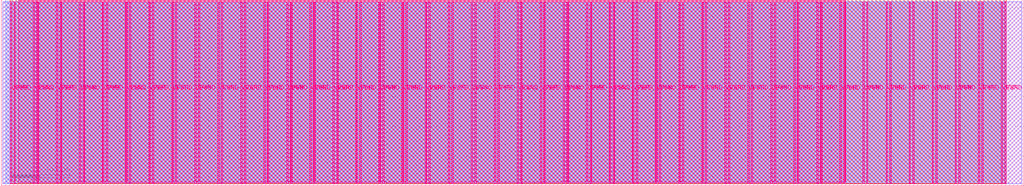
<source format=lef>
VERSION 5.7 ;
  NOWIREEXTENSIONATPIN ON ;
  DIVIDERCHAR "/" ;
  BUSBITCHARS "[]" ;
MACRO tt_um_supermic_arghunter
  CLASS BLOCK ;
  FOREIGN tt_um_supermic_arghunter ;
  ORIGIN 0.000 0.000 ;
  SIZE 1724.160 BY 313.740 ;
  PIN VGND
    DIRECTION INOUT ;
    USE GROUND ;
    PORT
      LAYER Metal5 ;
        RECT 21.580 3.560 23.780 310.180 ;
    END
    PORT
      LAYER Metal5 ;
        RECT 60.450 3.560 62.650 310.180 ;
    END
    PORT
      LAYER Metal5 ;
        RECT 99.320 3.560 101.520 310.180 ;
    END
    PORT
      LAYER Metal5 ;
        RECT 138.190 3.560 140.390 310.180 ;
    END
    PORT
      LAYER Metal5 ;
        RECT 177.060 3.560 179.260 310.180 ;
    END
    PORT
      LAYER Metal5 ;
        RECT 215.930 3.560 218.130 310.180 ;
    END
    PORT
      LAYER Metal5 ;
        RECT 254.800 3.560 257.000 310.180 ;
    END
    PORT
      LAYER Metal5 ;
        RECT 293.670 3.560 295.870 310.180 ;
    END
    PORT
      LAYER Metal5 ;
        RECT 332.540 3.560 334.740 310.180 ;
    END
    PORT
      LAYER Metal5 ;
        RECT 371.410 3.560 373.610 310.180 ;
    END
    PORT
      LAYER Metal5 ;
        RECT 410.280 3.560 412.480 310.180 ;
    END
    PORT
      LAYER Metal5 ;
        RECT 449.150 3.560 451.350 310.180 ;
    END
    PORT
      LAYER Metal5 ;
        RECT 488.020 3.560 490.220 310.180 ;
    END
    PORT
      LAYER Metal5 ;
        RECT 526.890 3.560 529.090 310.180 ;
    END
    PORT
      LAYER Metal5 ;
        RECT 565.760 3.560 567.960 310.180 ;
    END
    PORT
      LAYER Metal5 ;
        RECT 604.630 3.560 606.830 310.180 ;
    END
    PORT
      LAYER Metal5 ;
        RECT 643.500 3.560 645.700 310.180 ;
    END
    PORT
      LAYER Metal5 ;
        RECT 682.370 3.560 684.570 310.180 ;
    END
    PORT
      LAYER Metal5 ;
        RECT 721.240 3.560 723.440 310.180 ;
    END
    PORT
      LAYER Metal5 ;
        RECT 760.110 3.560 762.310 310.180 ;
    END
    PORT
      LAYER Metal5 ;
        RECT 798.980 3.560 801.180 310.180 ;
    END
    PORT
      LAYER Metal5 ;
        RECT 837.850 3.560 840.050 310.180 ;
    END
    PORT
      LAYER Metal5 ;
        RECT 876.720 3.560 878.920 310.180 ;
    END
    PORT
      LAYER Metal5 ;
        RECT 915.590 3.560 917.790 310.180 ;
    END
    PORT
      LAYER Metal5 ;
        RECT 954.460 3.560 956.660 310.180 ;
    END
    PORT
      LAYER Metal5 ;
        RECT 993.330 3.560 995.530 310.180 ;
    END
    PORT
      LAYER Metal5 ;
        RECT 1032.200 3.560 1034.400 310.180 ;
    END
    PORT
      LAYER Metal5 ;
        RECT 1071.070 3.560 1073.270 310.180 ;
    END
    PORT
      LAYER Metal5 ;
        RECT 1109.940 3.560 1112.140 310.180 ;
    END
    PORT
      LAYER Metal5 ;
        RECT 1148.810 3.560 1151.010 310.180 ;
    END
    PORT
      LAYER Metal5 ;
        RECT 1187.680 3.560 1189.880 310.180 ;
    END
    PORT
      LAYER Metal5 ;
        RECT 1226.550 3.560 1228.750 310.180 ;
    END
    PORT
      LAYER Metal5 ;
        RECT 1265.420 3.560 1267.620 310.180 ;
    END
    PORT
      LAYER Metal5 ;
        RECT 1304.290 3.560 1306.490 310.180 ;
    END
    PORT
      LAYER Metal5 ;
        RECT 1343.160 3.560 1345.360 310.180 ;
    END
    PORT
      LAYER Metal5 ;
        RECT 1382.030 3.560 1384.230 310.180 ;
    END
    PORT
      LAYER Metal5 ;
        RECT 1420.900 3.560 1423.100 310.180 ;
    END
    PORT
      LAYER Metal5 ;
        RECT 1459.770 3.560 1461.970 310.180 ;
    END
    PORT
      LAYER Metal5 ;
        RECT 1498.640 3.560 1500.840 310.180 ;
    END
    PORT
      LAYER Metal5 ;
        RECT 1537.510 3.560 1539.710 310.180 ;
    END
    PORT
      LAYER Metal5 ;
        RECT 1576.380 3.560 1578.580 310.180 ;
    END
    PORT
      LAYER Metal5 ;
        RECT 1615.250 3.560 1617.450 310.180 ;
    END
    PORT
      LAYER Metal5 ;
        RECT 1654.120 3.560 1656.320 310.180 ;
    END
    PORT
      LAYER Metal5 ;
        RECT 1692.990 3.560 1695.190 310.180 ;
    END
  END VGND
  PIN VPWR
    DIRECTION INOUT ;
    USE POWER ;
    PORT
      LAYER Metal5 ;
        RECT 15.380 3.560 17.580 310.180 ;
    END
    PORT
      LAYER Metal5 ;
        RECT 54.250 3.560 56.450 310.180 ;
    END
    PORT
      LAYER Metal5 ;
        RECT 93.120 3.560 95.320 310.180 ;
    END
    PORT
      LAYER Metal5 ;
        RECT 131.990 3.560 134.190 310.180 ;
    END
    PORT
      LAYER Metal5 ;
        RECT 170.860 3.560 173.060 310.180 ;
    END
    PORT
      LAYER Metal5 ;
        RECT 209.730 3.560 211.930 310.180 ;
    END
    PORT
      LAYER Metal5 ;
        RECT 248.600 3.560 250.800 310.180 ;
    END
    PORT
      LAYER Metal5 ;
        RECT 287.470 3.560 289.670 310.180 ;
    END
    PORT
      LAYER Metal5 ;
        RECT 326.340 3.560 328.540 310.180 ;
    END
    PORT
      LAYER Metal5 ;
        RECT 365.210 3.560 367.410 310.180 ;
    END
    PORT
      LAYER Metal5 ;
        RECT 404.080 3.560 406.280 310.180 ;
    END
    PORT
      LAYER Metal5 ;
        RECT 442.950 3.560 445.150 310.180 ;
    END
    PORT
      LAYER Metal5 ;
        RECT 481.820 3.560 484.020 310.180 ;
    END
    PORT
      LAYER Metal5 ;
        RECT 520.690 3.560 522.890 310.180 ;
    END
    PORT
      LAYER Metal5 ;
        RECT 559.560 3.560 561.760 310.180 ;
    END
    PORT
      LAYER Metal5 ;
        RECT 598.430 3.560 600.630 310.180 ;
    END
    PORT
      LAYER Metal5 ;
        RECT 637.300 3.560 639.500 310.180 ;
    END
    PORT
      LAYER Metal5 ;
        RECT 676.170 3.560 678.370 310.180 ;
    END
    PORT
      LAYER Metal5 ;
        RECT 715.040 3.560 717.240 310.180 ;
    END
    PORT
      LAYER Metal5 ;
        RECT 753.910 3.560 756.110 310.180 ;
    END
    PORT
      LAYER Metal5 ;
        RECT 792.780 3.560 794.980 310.180 ;
    END
    PORT
      LAYER Metal5 ;
        RECT 831.650 3.560 833.850 310.180 ;
    END
    PORT
      LAYER Metal5 ;
        RECT 870.520 3.560 872.720 310.180 ;
    END
    PORT
      LAYER Metal5 ;
        RECT 909.390 3.560 911.590 310.180 ;
    END
    PORT
      LAYER Metal5 ;
        RECT 948.260 3.560 950.460 310.180 ;
    END
    PORT
      LAYER Metal5 ;
        RECT 987.130 3.560 989.330 310.180 ;
    END
    PORT
      LAYER Metal5 ;
        RECT 1026.000 3.560 1028.200 310.180 ;
    END
    PORT
      LAYER Metal5 ;
        RECT 1064.870 3.560 1067.070 310.180 ;
    END
    PORT
      LAYER Metal5 ;
        RECT 1103.740 3.560 1105.940 310.180 ;
    END
    PORT
      LAYER Metal5 ;
        RECT 1142.610 3.560 1144.810 310.180 ;
    END
    PORT
      LAYER Metal5 ;
        RECT 1181.480 3.560 1183.680 310.180 ;
    END
    PORT
      LAYER Metal5 ;
        RECT 1220.350 3.560 1222.550 310.180 ;
    END
    PORT
      LAYER Metal5 ;
        RECT 1259.220 3.560 1261.420 310.180 ;
    END
    PORT
      LAYER Metal5 ;
        RECT 1298.090 3.560 1300.290 310.180 ;
    END
    PORT
      LAYER Metal5 ;
        RECT 1336.960 3.560 1339.160 310.180 ;
    END
    PORT
      LAYER Metal5 ;
        RECT 1375.830 3.560 1378.030 310.180 ;
    END
    PORT
      LAYER Metal5 ;
        RECT 1414.700 3.560 1416.900 310.180 ;
    END
    PORT
      LAYER Metal5 ;
        RECT 1453.570 3.560 1455.770 310.180 ;
    END
    PORT
      LAYER Metal5 ;
        RECT 1492.440 3.560 1494.640 310.180 ;
    END
    PORT
      LAYER Metal5 ;
        RECT 1531.310 3.560 1533.510 310.180 ;
    END
    PORT
      LAYER Metal5 ;
        RECT 1570.180 3.560 1572.380 310.180 ;
    END
    PORT
      LAYER Metal5 ;
        RECT 1609.050 3.560 1611.250 310.180 ;
    END
    PORT
      LAYER Metal5 ;
        RECT 1647.920 3.560 1650.120 310.180 ;
    END
    PORT
      LAYER Metal5 ;
        RECT 1686.790 3.560 1688.990 310.180 ;
    END
  END VPWR
  PIN clk
    DIRECTION INPUT ;
    USE SIGNAL ;
    PORT
      LAYER Metal5 ;
        RECT 187.050 312.740 187.350 313.740 ;
    END
  END clk
  PIN ena
    DIRECTION INPUT ;
    USE SIGNAL ;
    PORT
      LAYER Metal5 ;
        RECT 190.890 312.740 191.190 313.740 ;
    END
  END ena
  PIN rst_n
    DIRECTION INPUT ;
    USE SIGNAL ;
    ANTENNAGATEAREA 4.375800 ;
    ANTENNADIFFAREA 12.092400 ;
    PORT
      LAYER Metal5 ;
        RECT 183.210 312.740 183.510 313.740 ;
    END
  END rst_n
  PIN ui_in[0]
    DIRECTION INPUT ;
    USE SIGNAL ;
    ANTENNAGATEAREA 4.375800 ;
    ANTENNADIFFAREA 12.092400 ;
    PORT
      LAYER Metal5 ;
        RECT 179.370 312.740 179.670 313.740 ;
    END
  END ui_in[0]
  PIN ui_in[1]
    DIRECTION INPUT ;
    USE SIGNAL ;
    ANTENNAGATEAREA 2.176200 ;
    PORT
      LAYER Metal5 ;
        RECT 175.530 312.740 175.830 313.740 ;
    END
  END ui_in[1]
  PIN ui_in[2]
    DIRECTION INPUT ;
    USE SIGNAL ;
    ANTENNAGATEAREA 0.314600 ;
    PORT
      LAYER Metal5 ;
        RECT 171.690 312.740 171.990 313.740 ;
    END
  END ui_in[2]
  PIN ui_in[3]
    DIRECTION INPUT ;
    USE SIGNAL ;
    ANTENNAGATEAREA 0.213200 ;
    PORT
      LAYER Metal5 ;
        RECT 167.850 312.740 168.150 313.740 ;
    END
  END ui_in[3]
  PIN ui_in[4]
    DIRECTION INPUT ;
    USE SIGNAL ;
    ANTENNAGATEAREA 0.725400 ;
    PORT
      LAYER Metal5 ;
        RECT 164.010 312.740 164.310 313.740 ;
    END
  END ui_in[4]
  PIN ui_in[5]
    DIRECTION INPUT ;
    USE SIGNAL ;
    ANTENNAGATEAREA 1.450800 ;
    PORT
      LAYER Metal5 ;
        RECT 160.170 312.740 160.470 313.740 ;
    END
  END ui_in[5]
  PIN ui_in[6]
    DIRECTION INPUT ;
    USE SIGNAL ;
    PORT
      LAYER Metal5 ;
        RECT 156.330 312.740 156.630 313.740 ;
    END
  END ui_in[6]
  PIN ui_in[7]
    DIRECTION INPUT ;
    USE SIGNAL ;
    PORT
      LAYER Metal5 ;
        RECT 152.490 312.740 152.790 313.740 ;
    END
  END ui_in[7]
  PIN uio_in[0]
    DIRECTION INPUT ;
    USE SIGNAL ;
    ANTENNAGATEAREA 3.863600 ;
    ANTENNADIFFAREA 12.092400 ;
    PORT
      LAYER Metal5 ;
        RECT 148.650 312.740 148.950 313.740 ;
    END
  END uio_in[0]
  PIN uio_in[1]
    DIRECTION INPUT ;
    USE SIGNAL ;
    ANTENNAGATEAREA 3.863600 ;
    ANTENNADIFFAREA 12.092400 ;
    PORT
      LAYER Metal5 ;
        RECT 144.810 312.740 145.110 313.740 ;
    END
  END uio_in[1]
  PIN uio_in[2]
    DIRECTION INPUT ;
    USE SIGNAL ;
    ANTENNAGATEAREA 3.831100 ;
    ANTENNADIFFAREA 12.092400 ;
    PORT
      LAYER Metal5 ;
        RECT 140.970 312.740 141.270 313.740 ;
    END
  END uio_in[2]
  PIN uio_in[3]
    DIRECTION INPUT ;
    USE SIGNAL ;
    ANTENNAGATEAREA 33.493198 ;
    ANTENNADIFFAREA 108.831596 ;
    PORT
      LAYER Metal5 ;
        RECT 137.130 312.740 137.430 313.740 ;
    END
  END uio_in[3]
  PIN uio_in[4]
    DIRECTION INPUT ;
    USE SIGNAL ;
    ANTENNAGATEAREA 0.725400 ;
    PORT
      LAYER Metal5 ;
        RECT 133.290 312.740 133.590 313.740 ;
    END
  END uio_in[4]
  PIN uio_in[5]
    DIRECTION INPUT ;
    USE SIGNAL ;
    PORT
      LAYER Metal5 ;
        RECT 129.450 312.740 129.750 313.740 ;
    END
  END uio_in[5]
  PIN uio_in[6]
    DIRECTION INPUT ;
    USE SIGNAL ;
    PORT
      LAYER Metal5 ;
        RECT 125.610 312.740 125.910 313.740 ;
    END
  END uio_in[6]
  PIN uio_in[7]
    DIRECTION INPUT ;
    USE SIGNAL ;
    PORT
      LAYER Metal5 ;
        RECT 121.770 312.740 122.070 313.740 ;
    END
  END uio_in[7]
  PIN uio_oe[0]
    DIRECTION OUTPUT ;
    USE SIGNAL ;
    ANTENNADIFFAREA 0.299200 ;
    PORT
      LAYER Metal5 ;
        RECT 56.490 312.740 56.790 313.740 ;
    END
  END uio_oe[0]
  PIN uio_oe[1]
    DIRECTION OUTPUT ;
    USE SIGNAL ;
    ANTENNADIFFAREA 0.299200 ;
    PORT
      LAYER Metal5 ;
        RECT 52.650 312.740 52.950 313.740 ;
    END
  END uio_oe[1]
  PIN uio_oe[2]
    DIRECTION OUTPUT ;
    USE SIGNAL ;
    ANTENNADIFFAREA 0.299200 ;
    PORT
      LAYER Metal5 ;
        RECT 48.810 312.740 49.110 313.740 ;
    END
  END uio_oe[2]
  PIN uio_oe[3]
    DIRECTION OUTPUT ;
    USE SIGNAL ;
    ANTENNADIFFAREA 0.299200 ;
    PORT
      LAYER Metal5 ;
        RECT 44.970 312.740 45.270 313.740 ;
    END
  END uio_oe[3]
  PIN uio_oe[4]
    DIRECTION OUTPUT ;
    USE SIGNAL ;
    ANTENNADIFFAREA 0.299200 ;
    PORT
      LAYER Metal5 ;
        RECT 41.130 312.740 41.430 313.740 ;
    END
  END uio_oe[4]
  PIN uio_oe[5]
    DIRECTION OUTPUT ;
    USE SIGNAL ;
    ANTENNADIFFAREA 0.392700 ;
    PORT
      LAYER Metal5 ;
        RECT 37.290 312.740 37.590 313.740 ;
    END
  END uio_oe[5]
  PIN uio_oe[6]
    DIRECTION OUTPUT ;
    USE SIGNAL ;
    ANTENNADIFFAREA 0.299200 ;
    PORT
      LAYER Metal5 ;
        RECT 33.450 312.740 33.750 313.740 ;
    END
  END uio_oe[6]
  PIN uio_oe[7]
    DIRECTION OUTPUT ;
    USE SIGNAL ;
    ANTENNADIFFAREA 0.299200 ;
    PORT
      LAYER Metal5 ;
        RECT 29.610 312.740 29.910 313.740 ;
    END
  END uio_oe[7]
  PIN uio_out[0]
    DIRECTION OUTPUT ;
    USE SIGNAL ;
    ANTENNADIFFAREA 0.706800 ;
    PORT
      LAYER Metal5 ;
        RECT 87.210 312.740 87.510 313.740 ;
    END
  END uio_out[0]
  PIN uio_out[1]
    DIRECTION OUTPUT ;
    USE SIGNAL ;
    ANTENNADIFFAREA 1.413600 ;
    PORT
      LAYER Metal5 ;
        RECT 83.370 312.740 83.670 313.740 ;
    END
  END uio_out[1]
  PIN uio_out[2]
    DIRECTION OUTPUT ;
    USE SIGNAL ;
    ANTENNADIFFAREA 0.299200 ;
    PORT
      LAYER Metal5 ;
        RECT 79.530 312.740 79.830 313.740 ;
    END
  END uio_out[2]
  PIN uio_out[3]
    DIRECTION OUTPUT ;
    USE SIGNAL ;
    ANTENNADIFFAREA 0.299200 ;
    PORT
      LAYER Metal5 ;
        RECT 75.690 312.740 75.990 313.740 ;
    END
  END uio_out[3]
  PIN uio_out[4]
    DIRECTION OUTPUT ;
    USE SIGNAL ;
    ANTENNADIFFAREA 0.299200 ;
    PORT
      LAYER Metal5 ;
        RECT 71.850 312.740 72.150 313.740 ;
    END
  END uio_out[4]
  PIN uio_out[5]
    DIRECTION OUTPUT ;
    USE SIGNAL ;
    ANTENNADIFFAREA 0.299200 ;
    PORT
      LAYER Metal5 ;
        RECT 68.010 312.740 68.310 313.740 ;
    END
  END uio_out[5]
  PIN uio_out[6]
    DIRECTION OUTPUT ;
    USE SIGNAL ;
    ANTENNADIFFAREA 0.299200 ;
    PORT
      LAYER Metal5 ;
        RECT 64.170 312.740 64.470 313.740 ;
    END
  END uio_out[6]
  PIN uio_out[7]
    DIRECTION OUTPUT ;
    USE SIGNAL ;
    ANTENNADIFFAREA 0.299200 ;
    PORT
      LAYER Metal5 ;
        RECT 60.330 312.740 60.630 313.740 ;
    END
  END uio_out[7]
  PIN uo_out[0]
    DIRECTION OUTPUT ;
    USE SIGNAL ;
    ANTENNADIFFAREA 0.706800 ;
    PORT
      LAYER Metal5 ;
        RECT 117.930 312.740 118.230 313.740 ;
    END
  END uo_out[0]
  PIN uo_out[1]
    DIRECTION OUTPUT ;
    USE SIGNAL ;
    ANTENNADIFFAREA 0.706800 ;
    PORT
      LAYER Metal5 ;
        RECT 114.090 312.740 114.390 313.740 ;
    END
  END uo_out[1]
  PIN uo_out[2]
    DIRECTION OUTPUT ;
    USE SIGNAL ;
    ANTENNADIFFAREA 0.706800 ;
    PORT
      LAYER Metal5 ;
        RECT 110.250 312.740 110.550 313.740 ;
    END
  END uo_out[2]
  PIN uo_out[3]
    DIRECTION OUTPUT ;
    USE SIGNAL ;
    ANTENNADIFFAREA 1.413600 ;
    PORT
      LAYER Metal5 ;
        RECT 106.410 312.740 106.710 313.740 ;
    END
  END uo_out[3]
  PIN uo_out[4]
    DIRECTION OUTPUT ;
    USE SIGNAL ;
    ANTENNADIFFAREA 0.706800 ;
    PORT
      LAYER Metal5 ;
        RECT 102.570 312.740 102.870 313.740 ;
    END
  END uo_out[4]
  PIN uo_out[5]
    DIRECTION OUTPUT ;
    USE SIGNAL ;
    ANTENNADIFFAREA 0.706800 ;
    PORT
      LAYER Metal5 ;
        RECT 98.730 312.740 99.030 313.740 ;
    END
  END uo_out[5]
  PIN uo_out[6]
    DIRECTION OUTPUT ;
    USE SIGNAL ;
    ANTENNADIFFAREA 0.706800 ;
    PORT
      LAYER Metal5 ;
        RECT 94.890 312.740 95.190 313.740 ;
    END
  END uo_out[6]
  PIN uo_out[7]
    DIRECTION OUTPUT ;
    USE SIGNAL ;
    ANTENNADIFFAREA 0.706800 ;
    PORT
      LAYER Metal5 ;
        RECT 91.050 312.740 91.350 313.740 ;
    END
  END uo_out[7]
  OBS
      LAYER GatPoly ;
        RECT 2.880 3.630 1721.280 310.110 ;
      LAYER Metal1 ;
        RECT 2.880 3.560 1721.280 310.180 ;
      LAYER Metal2 ;
        RECT 7.405 3.260 1695.055 310.060 ;
      LAYER Metal3 ;
        RECT 7.580 3.215 1695.010 313.465 ;
      LAYER Metal4 ;
        RECT 15.515 3.680 1695.055 313.420 ;
      LAYER Metal5 ;
        RECT 30.120 312.530 33.240 312.740 ;
        RECT 33.960 312.530 37.080 312.740 ;
        RECT 37.800 312.530 40.920 312.740 ;
        RECT 41.640 312.530 44.760 312.740 ;
        RECT 45.480 312.530 48.600 312.740 ;
        RECT 49.320 312.530 52.440 312.740 ;
        RECT 53.160 312.530 56.280 312.740 ;
        RECT 57.000 312.530 60.120 312.740 ;
        RECT 60.840 312.530 63.960 312.740 ;
        RECT 64.680 312.530 67.800 312.740 ;
        RECT 68.520 312.530 71.640 312.740 ;
        RECT 72.360 312.530 75.480 312.740 ;
        RECT 76.200 312.530 79.320 312.740 ;
        RECT 80.040 312.530 83.160 312.740 ;
        RECT 83.880 312.530 87.000 312.740 ;
        RECT 87.720 312.530 90.840 312.740 ;
        RECT 91.560 312.530 94.680 312.740 ;
        RECT 95.400 312.530 98.520 312.740 ;
        RECT 99.240 312.530 102.360 312.740 ;
        RECT 103.080 312.530 106.200 312.740 ;
        RECT 106.920 312.530 110.040 312.740 ;
        RECT 110.760 312.530 113.880 312.740 ;
        RECT 114.600 312.530 117.720 312.740 ;
        RECT 118.440 312.530 121.560 312.740 ;
        RECT 122.280 312.530 125.400 312.740 ;
        RECT 126.120 312.530 129.240 312.740 ;
        RECT 129.960 312.530 133.080 312.740 ;
        RECT 133.800 312.530 136.920 312.740 ;
        RECT 137.640 312.530 140.760 312.740 ;
        RECT 141.480 312.530 144.600 312.740 ;
        RECT 145.320 312.530 148.440 312.740 ;
        RECT 149.160 312.530 152.280 312.740 ;
        RECT 153.000 312.530 156.120 312.740 ;
        RECT 156.840 312.530 159.960 312.740 ;
        RECT 160.680 312.530 163.800 312.740 ;
        RECT 164.520 312.530 167.640 312.740 ;
        RECT 168.360 312.530 171.480 312.740 ;
        RECT 172.200 312.530 175.320 312.740 ;
        RECT 176.040 312.530 179.160 312.740 ;
        RECT 179.880 312.530 183.000 312.740 ;
        RECT 183.720 312.530 186.840 312.740 ;
        RECT 187.560 312.530 190.680 312.740 ;
        RECT 191.400 312.530 1424.260 312.740 ;
        RECT 29.660 310.390 1424.260 312.530 ;
        RECT 29.660 6.155 54.040 310.390 ;
        RECT 56.660 6.155 60.240 310.390 ;
        RECT 62.860 6.155 92.910 310.390 ;
        RECT 95.530 6.155 99.110 310.390 ;
        RECT 101.730 6.155 131.780 310.390 ;
        RECT 134.400 6.155 137.980 310.390 ;
        RECT 140.600 6.155 170.650 310.390 ;
        RECT 173.270 6.155 176.850 310.390 ;
        RECT 179.470 6.155 209.520 310.390 ;
        RECT 212.140 6.155 215.720 310.390 ;
        RECT 218.340 6.155 248.390 310.390 ;
        RECT 251.010 6.155 254.590 310.390 ;
        RECT 257.210 6.155 287.260 310.390 ;
        RECT 289.880 6.155 293.460 310.390 ;
        RECT 296.080 6.155 326.130 310.390 ;
        RECT 328.750 6.155 332.330 310.390 ;
        RECT 334.950 6.155 365.000 310.390 ;
        RECT 367.620 6.155 371.200 310.390 ;
        RECT 373.820 6.155 403.870 310.390 ;
        RECT 406.490 6.155 410.070 310.390 ;
        RECT 412.690 6.155 442.740 310.390 ;
        RECT 445.360 6.155 448.940 310.390 ;
        RECT 451.560 6.155 481.610 310.390 ;
        RECT 484.230 6.155 487.810 310.390 ;
        RECT 490.430 6.155 520.480 310.390 ;
        RECT 523.100 6.155 526.680 310.390 ;
        RECT 529.300 6.155 559.350 310.390 ;
        RECT 561.970 6.155 565.550 310.390 ;
        RECT 568.170 6.155 598.220 310.390 ;
        RECT 600.840 6.155 604.420 310.390 ;
        RECT 607.040 6.155 637.090 310.390 ;
        RECT 639.710 6.155 643.290 310.390 ;
        RECT 645.910 6.155 675.960 310.390 ;
        RECT 678.580 6.155 682.160 310.390 ;
        RECT 684.780 6.155 714.830 310.390 ;
        RECT 717.450 6.155 721.030 310.390 ;
        RECT 723.650 6.155 753.700 310.390 ;
        RECT 756.320 6.155 759.900 310.390 ;
        RECT 762.520 6.155 792.570 310.390 ;
        RECT 795.190 6.155 798.770 310.390 ;
        RECT 801.390 6.155 831.440 310.390 ;
        RECT 834.060 6.155 837.640 310.390 ;
        RECT 840.260 6.155 870.310 310.390 ;
        RECT 872.930 6.155 876.510 310.390 ;
        RECT 879.130 6.155 909.180 310.390 ;
        RECT 911.800 6.155 915.380 310.390 ;
        RECT 918.000 6.155 948.050 310.390 ;
        RECT 950.670 6.155 954.250 310.390 ;
        RECT 956.870 6.155 986.920 310.390 ;
        RECT 989.540 6.155 993.120 310.390 ;
        RECT 995.740 6.155 1025.790 310.390 ;
        RECT 1028.410 6.155 1031.990 310.390 ;
        RECT 1034.610 6.155 1064.660 310.390 ;
        RECT 1067.280 6.155 1070.860 310.390 ;
        RECT 1073.480 6.155 1103.530 310.390 ;
        RECT 1106.150 6.155 1109.730 310.390 ;
        RECT 1112.350 6.155 1142.400 310.390 ;
        RECT 1145.020 6.155 1148.600 310.390 ;
        RECT 1151.220 6.155 1181.270 310.390 ;
        RECT 1183.890 6.155 1187.470 310.390 ;
        RECT 1190.090 6.155 1220.140 310.390 ;
        RECT 1222.760 6.155 1226.340 310.390 ;
        RECT 1228.960 6.155 1259.010 310.390 ;
        RECT 1261.630 6.155 1265.210 310.390 ;
        RECT 1267.830 6.155 1297.880 310.390 ;
        RECT 1300.500 6.155 1304.080 310.390 ;
        RECT 1306.700 6.155 1336.750 310.390 ;
        RECT 1339.370 6.155 1342.950 310.390 ;
        RECT 1345.570 6.155 1375.620 310.390 ;
        RECT 1378.240 6.155 1381.820 310.390 ;
        RECT 1384.440 6.155 1414.490 310.390 ;
        RECT 1417.110 6.155 1420.690 310.390 ;
        RECT 1423.310 6.155 1424.260 310.390 ;
  END
END tt_um_supermic_arghunter
END LIBRARY


</source>
